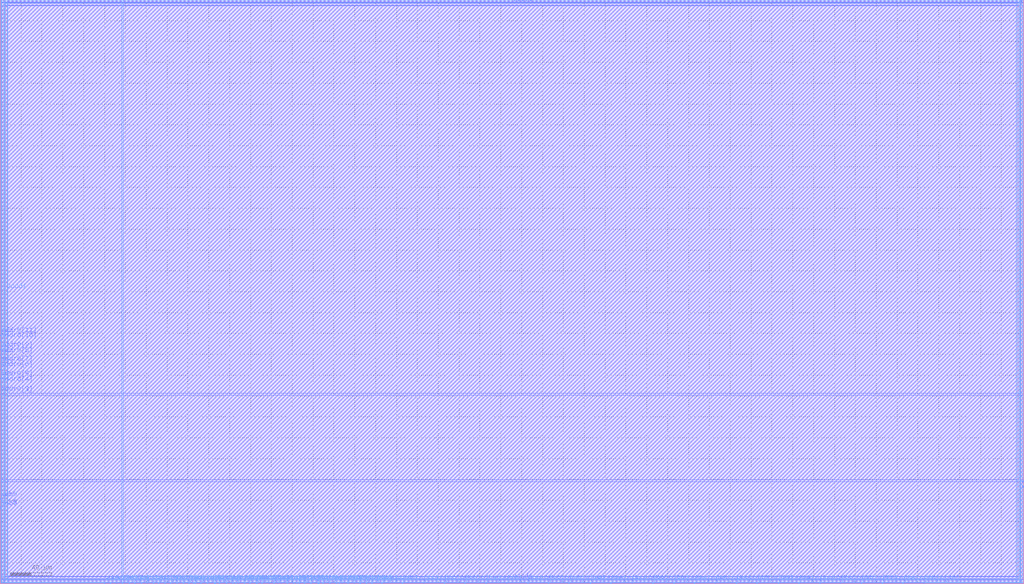
<source format=lef>
VERSION 5.4 ;
NAMESCASESENSITIVE ON ;
BUSBITCHARS "[]" ;
DIVIDERCHAR "/" ;
UNITS
  DATABASE MICRONS 2000 ;
END UNITS
MACRO sram_40_2048_sky130
   CLASS BLOCK ;
   SIZE 981.62 BY 560.02 ;
   SYMMETRY X Y R90 ;
   PIN din0[0]
      DIRECTION INPUT ;
      PORT
         LAYER met4 ;
         RECT  116.96 0.0 117.34 1.06 ;
      END
   END din0[0]
   PIN din0[1]
      DIRECTION INPUT ;
      PORT
         LAYER met4 ;
         RECT  123.76 0.0 124.14 1.06 ;
      END
   END din0[1]
   PIN din0[2]
      DIRECTION INPUT ;
      PORT
         LAYER met4 ;
         RECT  129.2 0.0 129.58 1.06 ;
      END
   END din0[2]
   PIN din0[3]
      DIRECTION INPUT ;
      PORT
         LAYER met4 ;
         RECT  135.32 0.0 135.7 1.06 ;
      END
   END din0[3]
   PIN din0[4]
      DIRECTION INPUT ;
      PORT
         LAYER met4 ;
         RECT  140.76 0.0 141.14 1.06 ;
      END
   END din0[4]
   PIN din0[5]
      DIRECTION INPUT ;
      PORT
         LAYER met4 ;
         RECT  146.88 0.0 147.26 1.06 ;
      END
   END din0[5]
   PIN din0[6]
      DIRECTION INPUT ;
      PORT
         LAYER met4 ;
         RECT  151.64 0.0 152.02 1.06 ;
      END
   END din0[6]
   PIN din0[7]
      DIRECTION INPUT ;
      PORT
         LAYER met4 ;
         RECT  157.76 0.0 158.14 1.06 ;
      END
   END din0[7]
   PIN din0[8]
      DIRECTION INPUT ;
      PORT
         LAYER met4 ;
         RECT  163.2 0.0 163.58 1.06 ;
      END
   END din0[8]
   PIN din0[9]
      DIRECTION INPUT ;
      PORT
         LAYER met4 ;
         RECT  169.32 0.0 169.7 1.06 ;
      END
   END din0[9]
   PIN din0[10]
      DIRECTION INPUT ;
      PORT
         LAYER met4 ;
         RECT  175.44 0.0 175.82 1.06 ;
      END
   END din0[10]
   PIN din0[11]
      DIRECTION INPUT ;
      PORT
         LAYER met4 ;
         RECT  180.88 0.0 181.26 1.06 ;
      END
   END din0[11]
   PIN din0[12]
      DIRECTION INPUT ;
      PORT
         LAYER met4 ;
         RECT  187.0 0.0 187.38 1.06 ;
      END
   END din0[12]
   PIN din0[13]
      DIRECTION INPUT ;
      PORT
         LAYER met4 ;
         RECT  192.44 0.0 192.82 1.06 ;
      END
   END din0[13]
   PIN din0[14]
      DIRECTION INPUT ;
      PORT
         LAYER met4 ;
         RECT  198.56 0.0 198.94 1.06 ;
      END
   END din0[14]
   PIN din0[15]
      DIRECTION INPUT ;
      PORT
         LAYER met4 ;
         RECT  205.36 0.0 205.74 1.06 ;
      END
   END din0[15]
   PIN din0[16]
      DIRECTION INPUT ;
      PORT
         LAYER met4 ;
         RECT  210.12 0.0 210.5 1.06 ;
      END
   END din0[16]
   PIN din0[17]
      DIRECTION INPUT ;
      PORT
         LAYER met4 ;
         RECT  216.92 0.0 217.3 1.06 ;
      END
   END din0[17]
   PIN din0[18]
      DIRECTION INPUT ;
      PORT
         LAYER met4 ;
         RECT  223.04 0.0 223.42 1.06 ;
      END
   END din0[18]
   PIN din0[19]
      DIRECTION INPUT ;
      PORT
         LAYER met4 ;
         RECT  228.48 0.0 228.86 1.06 ;
      END
   END din0[19]
   PIN din0[20]
      DIRECTION INPUT ;
      PORT
         LAYER met4 ;
         RECT  233.92 0.0 234.3 1.06 ;
      END
   END din0[20]
   PIN din0[21]
      DIRECTION INPUT ;
      PORT
         LAYER met4 ;
         RECT  239.36 0.0 239.74 1.06 ;
      END
   END din0[21]
   PIN din0[22]
      DIRECTION INPUT ;
      PORT
         LAYER met4 ;
         RECT  246.16 0.0 246.54 1.06 ;
      END
   END din0[22]
   PIN din0[23]
      DIRECTION INPUT ;
      PORT
         LAYER met4 ;
         RECT  250.92 0.0 251.3 1.06 ;
      END
   END din0[23]
   PIN din0[24]
      DIRECTION INPUT ;
      PORT
         LAYER met4 ;
         RECT  257.72 0.0 258.1 1.06 ;
      END
   END din0[24]
   PIN din0[25]
      DIRECTION INPUT ;
      PORT
         LAYER met4 ;
         RECT  262.48 0.0 262.86 1.06 ;
      END
   END din0[25]
   PIN din0[26]
      DIRECTION INPUT ;
      PORT
         LAYER met4 ;
         RECT  269.28 0.0 269.66 1.06 ;
      END
   END din0[26]
   PIN din0[27]
      DIRECTION INPUT ;
      PORT
         LAYER met4 ;
         RECT  275.4 0.0 275.78 1.06 ;
      END
   END din0[27]
   PIN din0[28]
      DIRECTION INPUT ;
      PORT
         LAYER met4 ;
         RECT  280.84 0.0 281.22 1.06 ;
      END
   END din0[28]
   PIN din0[29]
      DIRECTION INPUT ;
      PORT
         LAYER met4 ;
         RECT  286.96 0.0 287.34 1.06 ;
      END
   END din0[29]
   PIN din0[30]
      DIRECTION INPUT ;
      PORT
         LAYER met4 ;
         RECT  291.72 0.0 292.1 1.06 ;
      END
   END din0[30]
   PIN din0[31]
      DIRECTION INPUT ;
      PORT
         LAYER met4 ;
         RECT  297.84 0.0 298.22 1.06 ;
      END
   END din0[31]
   PIN din0[32]
      DIRECTION INPUT ;
      PORT
         LAYER met4 ;
         RECT  304.64 0.0 305.02 1.06 ;
      END
   END din0[32]
   PIN din0[33]
      DIRECTION INPUT ;
      PORT
         LAYER met4 ;
         RECT  309.4 0.0 309.78 1.06 ;
      END
   END din0[33]
   PIN din0[34]
      DIRECTION INPUT ;
      PORT
         LAYER met4 ;
         RECT  316.2 0.0 316.58 1.06 ;
      END
   END din0[34]
   PIN din0[35]
      DIRECTION INPUT ;
      PORT
         LAYER met4 ;
         RECT  322.32 0.0 322.7 1.06 ;
      END
   END din0[35]
   PIN din0[36]
      DIRECTION INPUT ;
      PORT
         LAYER met4 ;
         RECT  327.76 0.0 328.14 1.06 ;
      END
   END din0[36]
   PIN din0[37]
      DIRECTION INPUT ;
      PORT
         LAYER met4 ;
         RECT  333.2 0.0 333.58 1.06 ;
      END
   END din0[37]
   PIN din0[38]
      DIRECTION INPUT ;
      PORT
         LAYER met4 ;
         RECT  339.32 0.0 339.7 1.06 ;
      END
   END din0[38]
   PIN din0[39]
      DIRECTION INPUT ;
      PORT
         LAYER met4 ;
         RECT  344.76 0.0 345.14 1.06 ;
      END
   END din0[39]
   PIN din0[40]
      DIRECTION INPUT ;
      PORT
         LAYER met4 ;
         RECT  350.88 0.0 351.26 1.06 ;
      END
   END din0[40]
   PIN addr0[0]
      DIRECTION INPUT ;
      PORT
         LAYER met4 ;
         RECT  99.96 0.0 100.34 1.06 ;
      END
   END addr0[0]
   PIN addr0[1]
      DIRECTION INPUT ;
      PORT
         LAYER met4 ;
         RECT  105.4 0.0 105.78 1.06 ;
      END
   END addr0[1]
   PIN addr0[2]
      DIRECTION INPUT ;
      PORT
         LAYER met4 ;
         RECT  111.52 0.0 111.9 1.06 ;
      END
   END addr0[2]
   PIN addr0[3]
      DIRECTION INPUT ;
      PORT
         LAYER met3 ;
         RECT  0.0 181.56 1.06 181.94 ;
      END
   END addr0[3]
   PIN addr0[4]
      DIRECTION INPUT ;
      PORT
         LAYER met3 ;
         RECT  0.0 191.08 1.06 191.46 ;
      END
   END addr0[4]
   PIN addr0[5]
      DIRECTION INPUT ;
      PORT
         LAYER met3 ;
         RECT  0.0 196.52 1.06 196.9 ;
      END
   END addr0[5]
   PIN addr0[6]
      DIRECTION INPUT ;
      PORT
         LAYER met3 ;
         RECT  0.0 205.36 1.06 205.74 ;
      END
   END addr0[6]
   PIN addr0[7]
      DIRECTION INPUT ;
      PORT
         LAYER met3 ;
         RECT  0.0 210.8 1.06 211.18 ;
      END
   END addr0[7]
   PIN addr0[8]
      DIRECTION INPUT ;
      PORT
         LAYER met3 ;
         RECT  0.0 218.96 1.06 219.34 ;
      END
   END addr0[8]
   PIN addr0[9]
      DIRECTION INPUT ;
      PORT
         LAYER met3 ;
         RECT  0.0 224.4 1.06 224.78 ;
      END
   END addr0[9]
   PIN addr0[10]
      DIRECTION INPUT ;
      PORT
         LAYER met3 ;
         RECT  0.0 233.24 1.06 233.62 ;
      END
   END addr0[10]
   PIN addr0[11]
      DIRECTION INPUT ;
      PORT
         LAYER met3 ;
         RECT  0.0 238.0 1.06 238.38 ;
      END
   END addr0[11]
   PIN csb0
      DIRECTION INPUT ;
      PORT
         LAYER met3 ;
         RECT  0.0 72.08 1.06 72.46 ;
      END
   END csb0
   PIN web0
      DIRECTION INPUT ;
      PORT
         LAYER met3 ;
         RECT  0.0 80.92 1.06 81.3 ;
      END
   END web0
   PIN clk0
      DIRECTION INPUT ;
      PORT
         LAYER met3 ;
         RECT  0.0 73.44 1.06 73.82 ;
      END
   END clk0
   PIN spare_wen0
      DIRECTION INPUT ;
      PORT
         LAYER met4 ;
         RECT  356.32 0.0 356.7 1.06 ;
      END
   END spare_wen0
   PIN dout0[0]
      DIRECTION OUTPUT ;
      PORT
         LAYER met4 ;
         RECT  165.24 0.0 165.62 1.06 ;
      END
   END dout0[0]
   PIN dout0[1]
      DIRECTION OUTPUT ;
      PORT
         LAYER met4 ;
         RECT  184.96 0.0 185.34 1.06 ;
      END
   END dout0[1]
   PIN dout0[2]
      DIRECTION OUTPUT ;
      PORT
         LAYER met4 ;
         RECT  206.04 0.0 206.42 1.06 ;
      END
   END dout0[2]
   PIN dout0[3]
      DIRECTION OUTPUT ;
      PORT
         LAYER met4 ;
         RECT  225.76 0.0 226.14 1.06 ;
      END
   END dout0[3]
   PIN dout0[4]
      DIRECTION OUTPUT ;
      PORT
         LAYER met4 ;
         RECT  245.48 0.0 245.86 1.06 ;
      END
   END dout0[4]
   PIN dout0[5]
      DIRECTION OUTPUT ;
      PORT
         LAYER met4 ;
         RECT  265.88 0.0 266.26 1.06 ;
      END
   END dout0[5]
   PIN dout0[6]
      DIRECTION OUTPUT ;
      PORT
         LAYER met4 ;
         RECT  284.24 0.0 284.62 1.06 ;
      END
   END dout0[6]
   PIN dout0[7]
      DIRECTION OUTPUT ;
      PORT
         LAYER met4 ;
         RECT  305.32 0.0 305.7 1.06 ;
      END
   END dout0[7]
   PIN dout0[8]
      DIRECTION OUTPUT ;
      PORT
         LAYER met4 ;
         RECT  325.04 0.0 325.42 1.06 ;
      END
   END dout0[8]
   PIN dout0[9]
      DIRECTION OUTPUT ;
      PORT
         LAYER met4 ;
         RECT  345.44 0.0 345.82 1.06 ;
      END
   END dout0[9]
   PIN dout0[10]
      DIRECTION OUTPUT ;
      PORT
         LAYER met4 ;
         RECT  365.84 0.0 366.22 1.06 ;
      END
   END dout0[10]
   PIN dout0[11]
      DIRECTION OUTPUT ;
      PORT
         LAYER met4 ;
         RECT  385.56 0.0 385.94 1.06 ;
      END
   END dout0[11]
   PIN dout0[12]
      DIRECTION OUTPUT ;
      PORT
         LAYER met4 ;
         RECT  405.96 0.0 406.34 1.06 ;
      END
   END dout0[12]
   PIN dout0[13]
      DIRECTION OUTPUT ;
      PORT
         LAYER met4 ;
         RECT  425.68 0.0 426.06 1.06 ;
      END
   END dout0[13]
   PIN dout0[14]
      DIRECTION OUTPUT ;
      PORT
         LAYER met4 ;
         RECT  445.4 0.0 445.78 1.06 ;
      END
   END dout0[14]
   PIN dout0[15]
      DIRECTION OUTPUT ;
      PORT
         LAYER met4 ;
         RECT  465.8 0.0 466.18 1.06 ;
      END
   END dout0[15]
   PIN dout0[16]
      DIRECTION OUTPUT ;
      PORT
         LAYER met4 ;
         RECT  485.52 0.0 485.9 1.06 ;
      END
   END dout0[16]
   PIN dout0[17]
      DIRECTION OUTPUT ;
      PORT
         LAYER met4 ;
         RECT  505.92 0.0 506.3 1.06 ;
      END
   END dout0[17]
   PIN dout0[18]
      DIRECTION OUTPUT ;
      PORT
         LAYER met4 ;
         RECT  525.64 0.0 526.02 1.06 ;
      END
   END dout0[18]
   PIN dout0[19]
      DIRECTION OUTPUT ;
      PORT
         LAYER met4 ;
         RECT  545.36 0.0 545.74 1.06 ;
      END
   END dout0[19]
   PIN dout0[20]
      DIRECTION OUTPUT ;
      PORT
         LAYER met4 ;
         RECT  565.76 0.0 566.14 1.06 ;
      END
   END dout0[20]
   PIN dout0[21]
      DIRECTION OUTPUT ;
      PORT
         LAYER met4 ;
         RECT  585.48 0.0 585.86 1.06 ;
      END
   END dout0[21]
   PIN dout0[22]
      DIRECTION OUTPUT ;
      PORT
         LAYER met4 ;
         RECT  605.88 0.0 606.26 1.06 ;
      END
   END dout0[22]
   PIN dout0[23]
      DIRECTION OUTPUT ;
      PORT
         LAYER met4 ;
         RECT  625.6 0.0 625.98 1.06 ;
      END
   END dout0[23]
   PIN dout0[24]
      DIRECTION OUTPUT ;
      PORT
         LAYER met4 ;
         RECT  646.0 0.0 646.38 1.06 ;
      END
   END dout0[24]
   PIN dout0[25]
      DIRECTION OUTPUT ;
      PORT
         LAYER met4 ;
         RECT  665.72 0.0 666.1 1.06 ;
      END
   END dout0[25]
   PIN dout0[26]
      DIRECTION OUTPUT ;
      PORT
         LAYER met4 ;
         RECT  685.44 0.0 685.82 1.06 ;
      END
   END dout0[26]
   PIN dout0[27]
      DIRECTION OUTPUT ;
      PORT
         LAYER met4 ;
         RECT  705.84 0.0 706.22 1.06 ;
      END
   END dout0[27]
   PIN dout0[28]
      DIRECTION OUTPUT ;
      PORT
         LAYER met4 ;
         RECT  725.56 0.0 725.94 1.06 ;
      END
   END dout0[28]
   PIN dout0[29]
      DIRECTION OUTPUT ;
      PORT
         LAYER met4 ;
         RECT  745.96 0.0 746.34 1.06 ;
      END
   END dout0[29]
   PIN dout0[30]
      DIRECTION OUTPUT ;
      PORT
         LAYER met4 ;
         RECT  765.68 0.0 766.06 1.06 ;
      END
   END dout0[30]
   PIN dout0[31]
      DIRECTION OUTPUT ;
      PORT
         LAYER met4 ;
         RECT  786.08 0.0 786.46 1.06 ;
      END
   END dout0[31]
   PIN dout0[32]
      DIRECTION OUTPUT ;
      PORT
         LAYER met4 ;
         RECT  805.8 0.0 806.18 1.06 ;
      END
   END dout0[32]
   PIN dout0[33]
      DIRECTION OUTPUT ;
      PORT
         LAYER met4 ;
         RECT  825.52 0.0 825.9 1.06 ;
      END
   END dout0[33]
   PIN dout0[34]
      DIRECTION OUTPUT ;
      PORT
         LAYER met4 ;
         RECT  845.92 0.0 846.3 1.06 ;
      END
   END dout0[34]
   PIN dout0[35]
      DIRECTION OUTPUT ;
      PORT
         LAYER met4 ;
         RECT  865.64 0.0 866.02 1.06 ;
      END
   END dout0[35]
   PIN dout0[36]
      DIRECTION OUTPUT ;
      PORT
         LAYER met4 ;
         RECT  885.36 0.0 885.74 1.06 ;
      END
   END dout0[36]
   PIN dout0[37]
      DIRECTION OUTPUT ;
      PORT
         LAYER met3 ;
         RECT  980.56 98.6 981.62 98.98 ;
      END
   END dout0[37]
   PIN dout0[38]
      DIRECTION OUTPUT ;
      PORT
         LAYER met3 ;
         RECT  980.56 97.92 981.62 98.3 ;
      END
   END dout0[38]
   PIN dout0[39]
      DIRECTION OUTPUT ;
      PORT
         LAYER met3 ;
         RECT  980.56 92.48 981.62 92.86 ;
      END
   END dout0[39]
   PIN dout0[40]
      DIRECTION OUTPUT ;
      PORT
         LAYER met3 ;
         RECT  980.56 93.16 981.62 93.54 ;
      END
   END dout0[40]
   PIN vccd1
      DIRECTION INOUT ;
      USE POWER ; 
      SHAPE ABUTMENT ; 
      PORT
         LAYER met3 ;
         RECT  4.76 4.76 976.86 6.5 ;
         LAYER met4 ;
         RECT  975.12 4.76 976.86 556.62 ;
         LAYER met4 ;
         RECT  4.76 4.76 6.5 556.62 ;
         LAYER met3 ;
         RECT  4.76 554.88 976.86 556.62 ;
      END
   END vccd1
   PIN vssd1
      DIRECTION INOUT ;
      USE GROUND ; 
      SHAPE ABUTMENT ; 
      PORT
         LAYER met4 ;
         RECT  1.36 1.36 3.1 560.02 ;
         LAYER met4 ;
         RECT  978.52 1.36 980.26 560.02 ;
         LAYER met3 ;
         RECT  1.36 558.28 980.26 560.02 ;
         LAYER met3 ;
         RECT  1.36 1.36 980.26 3.1 ;
      END
   END vssd1
   OBS
   LAYER  met1 ;
      RECT  0.62 0.62 981.0 559.4 ;
   LAYER  met2 ;
      RECT  0.62 0.62 981.0 559.4 ;
   LAYER  met3 ;
      RECT  1.66 180.96 981.0 182.54 ;
      RECT  0.62 182.54 1.66 190.48 ;
      RECT  0.62 192.06 1.66 195.92 ;
      RECT  0.62 197.5 1.66 204.76 ;
      RECT  0.62 206.34 1.66 210.2 ;
      RECT  0.62 211.78 1.66 218.36 ;
      RECT  0.62 219.94 1.66 223.8 ;
      RECT  0.62 225.38 1.66 232.64 ;
      RECT  0.62 234.22 1.66 237.4 ;
      RECT  0.62 81.9 1.66 180.96 ;
      RECT  0.62 74.42 1.66 80.32 ;
      RECT  1.66 98.0 979.96 99.58 ;
      RECT  1.66 99.58 979.96 180.96 ;
      RECT  979.96 99.58 981.0 180.96 ;
      RECT  979.96 94.14 981.0 97.32 ;
      RECT  1.66 4.16 4.16 7.1 ;
      RECT  1.66 7.1 4.16 98.0 ;
      RECT  4.16 7.1 977.46 98.0 ;
      RECT  977.46 4.16 979.96 7.1 ;
      RECT  977.46 7.1 979.96 98.0 ;
      RECT  1.66 182.54 4.16 554.28 ;
      RECT  1.66 554.28 4.16 557.22 ;
      RECT  4.16 182.54 977.46 554.28 ;
      RECT  977.46 182.54 981.0 554.28 ;
      RECT  977.46 554.28 981.0 557.22 ;
      RECT  0.62 238.98 0.76 557.68 ;
      RECT  0.62 557.68 0.76 559.4 ;
      RECT  0.76 238.98 1.66 557.68 ;
      RECT  1.66 557.22 4.16 557.68 ;
      RECT  4.16 557.22 977.46 557.68 ;
      RECT  977.46 557.22 980.86 557.68 ;
      RECT  980.86 557.22 981.0 557.68 ;
      RECT  980.86 557.68 981.0 559.4 ;
      RECT  0.62 0.62 0.76 0.76 ;
      RECT  0.62 0.76 0.76 3.7 ;
      RECT  0.62 3.7 0.76 71.48 ;
      RECT  0.76 0.62 1.66 0.76 ;
      RECT  0.76 3.7 1.66 71.48 ;
      RECT  979.96 0.62 980.86 0.76 ;
      RECT  979.96 3.7 980.86 91.88 ;
      RECT  980.86 0.62 981.0 0.76 ;
      RECT  980.86 0.76 981.0 3.7 ;
      RECT  980.86 3.7 981.0 91.88 ;
      RECT  1.66 0.62 4.16 0.76 ;
      RECT  1.66 3.7 4.16 4.16 ;
      RECT  4.16 0.62 977.46 0.76 ;
      RECT  4.16 3.7 977.46 4.16 ;
      RECT  977.46 0.62 979.96 0.76 ;
      RECT  977.46 3.7 979.96 4.16 ;
   LAYER  met4 ;
      RECT  116.36 1.66 117.94 559.4 ;
      RECT  117.94 0.62 123.16 1.66 ;
      RECT  124.74 0.62 128.6 1.66 ;
      RECT  130.18 0.62 134.72 1.66 ;
      RECT  136.3 0.62 140.16 1.66 ;
      RECT  141.74 0.62 146.28 1.66 ;
      RECT  147.86 0.62 151.04 1.66 ;
      RECT  152.62 0.62 157.16 1.66 ;
      RECT  158.74 0.62 162.6 1.66 ;
      RECT  170.3 0.62 174.84 1.66 ;
      RECT  176.42 0.62 180.28 1.66 ;
      RECT  187.98 0.62 191.84 1.66 ;
      RECT  193.42 0.62 197.96 1.66 ;
      RECT  199.54 0.62 204.76 1.66 ;
      RECT  211.1 0.62 216.32 1.66 ;
      RECT  217.9 0.62 222.44 1.66 ;
      RECT  229.46 0.62 233.32 1.66 ;
      RECT  234.9 0.62 238.76 1.66 ;
      RECT  247.14 0.62 250.32 1.66 ;
      RECT  251.9 0.62 257.12 1.66 ;
      RECT  258.7 0.62 261.88 1.66 ;
      RECT  270.26 0.62 274.8 1.66 ;
      RECT  276.38 0.62 280.24 1.66 ;
      RECT  287.94 0.62 291.12 1.66 ;
      RECT  292.7 0.62 297.24 1.66 ;
      RECT  298.82 0.62 304.04 1.66 ;
      RECT  310.38 0.62 315.6 1.66 ;
      RECT  317.18 0.62 321.72 1.66 ;
      RECT  328.74 0.62 332.6 1.66 ;
      RECT  334.18 0.62 338.72 1.66 ;
      RECT  340.3 0.62 344.16 1.66 ;
      RECT  100.94 0.62 104.8 1.66 ;
      RECT  106.38 0.62 110.92 1.66 ;
      RECT  112.5 0.62 116.36 1.66 ;
      RECT  351.86 0.62 355.72 1.66 ;
      RECT  164.18 0.62 164.64 1.66 ;
      RECT  166.22 0.62 168.72 1.66 ;
      RECT  181.86 0.62 184.36 1.66 ;
      RECT  185.94 0.62 186.4 1.66 ;
      RECT  207.02 0.62 209.52 1.66 ;
      RECT  224.02 0.62 225.16 1.66 ;
      RECT  226.74 0.62 227.88 1.66 ;
      RECT  240.34 0.62 244.88 1.66 ;
      RECT  263.46 0.62 265.28 1.66 ;
      RECT  266.86 0.62 268.68 1.66 ;
      RECT  281.82 0.62 283.64 1.66 ;
      RECT  285.22 0.62 286.36 1.66 ;
      RECT  306.3 0.62 308.8 1.66 ;
      RECT  323.3 0.62 324.44 1.66 ;
      RECT  326.02 0.62 327.16 1.66 ;
      RECT  346.42 0.62 350.28 1.66 ;
      RECT  357.3 0.62 365.24 1.66 ;
      RECT  366.82 0.62 384.96 1.66 ;
      RECT  386.54 0.62 405.36 1.66 ;
      RECT  406.94 0.62 425.08 1.66 ;
      RECT  426.66 0.62 444.8 1.66 ;
      RECT  446.38 0.62 465.2 1.66 ;
      RECT  466.78 0.62 484.92 1.66 ;
      RECT  486.5 0.62 505.32 1.66 ;
      RECT  506.9 0.62 525.04 1.66 ;
      RECT  526.62 0.62 544.76 1.66 ;
      RECT  546.34 0.62 565.16 1.66 ;
      RECT  566.74 0.62 584.88 1.66 ;
      RECT  586.46 0.62 605.28 1.66 ;
      RECT  606.86 0.62 625.0 1.66 ;
      RECT  626.58 0.62 645.4 1.66 ;
      RECT  646.98 0.62 665.12 1.66 ;
      RECT  666.7 0.62 684.84 1.66 ;
      RECT  686.42 0.62 705.24 1.66 ;
      RECT  706.82 0.62 724.96 1.66 ;
      RECT  726.54 0.62 745.36 1.66 ;
      RECT  746.94 0.62 765.08 1.66 ;
      RECT  766.66 0.62 785.48 1.66 ;
      RECT  787.06 0.62 805.2 1.66 ;
      RECT  806.78 0.62 824.92 1.66 ;
      RECT  826.5 0.62 845.32 1.66 ;
      RECT  846.9 0.62 865.04 1.66 ;
      RECT  866.62 0.62 884.76 1.66 ;
      RECT  117.94 1.66 974.52 4.16 ;
      RECT  117.94 4.16 974.52 557.22 ;
      RECT  117.94 557.22 974.52 559.4 ;
      RECT  974.52 1.66 977.46 4.16 ;
      RECT  974.52 557.22 977.46 559.4 ;
      RECT  4.16 1.66 7.1 4.16 ;
      RECT  4.16 557.22 7.1 559.4 ;
      RECT  7.1 1.66 116.36 4.16 ;
      RECT  7.1 4.16 116.36 557.22 ;
      RECT  7.1 557.22 116.36 559.4 ;
      RECT  0.62 0.62 0.76 0.76 ;
      RECT  0.62 0.76 0.76 1.66 ;
      RECT  0.76 0.62 3.7 0.76 ;
      RECT  3.7 0.62 99.36 0.76 ;
      RECT  3.7 0.76 99.36 1.66 ;
      RECT  0.62 1.66 0.76 4.16 ;
      RECT  3.7 1.66 4.16 4.16 ;
      RECT  0.62 4.16 0.76 557.22 ;
      RECT  3.7 4.16 4.16 557.22 ;
      RECT  0.62 557.22 0.76 559.4 ;
      RECT  3.7 557.22 4.16 559.4 ;
      RECT  886.34 0.62 977.92 0.76 ;
      RECT  886.34 0.76 977.92 1.66 ;
      RECT  977.92 0.62 980.86 0.76 ;
      RECT  980.86 0.62 981.0 0.76 ;
      RECT  980.86 0.76 981.0 1.66 ;
      RECT  977.46 1.66 977.92 4.16 ;
      RECT  980.86 1.66 981.0 4.16 ;
      RECT  977.46 4.16 977.92 557.22 ;
      RECT  980.86 4.16 981.0 557.22 ;
      RECT  977.46 557.22 977.92 559.4 ;
      RECT  980.86 557.22 981.0 559.4 ;
   END
END    sram_40_2048_sky130
END    LIBRARY

</source>
